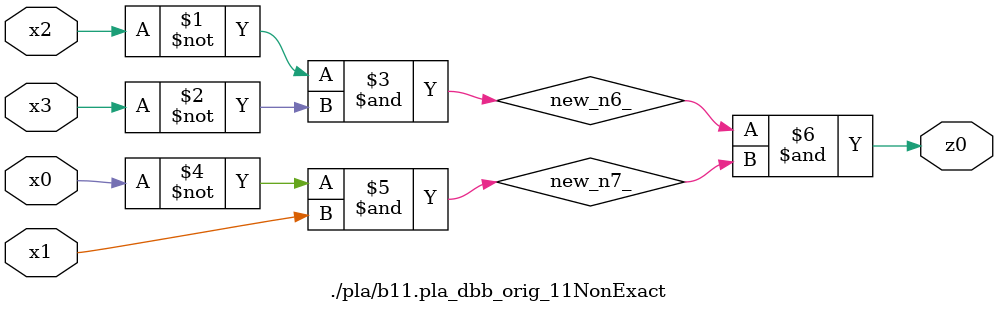
<source format=v>

module \./pla/b11.pla_dbb_orig_11NonExact  ( 
    x0, x1, x2, x3,
    z0  );
  input  x0, x1, x2, x3;
  output z0;
  wire new_n6_, new_n7_;
  assign new_n6_ = ~x2 & ~x3;
  assign new_n7_ = ~x0 & x1;
  assign z0 = new_n6_ & new_n7_;
endmodule



</source>
